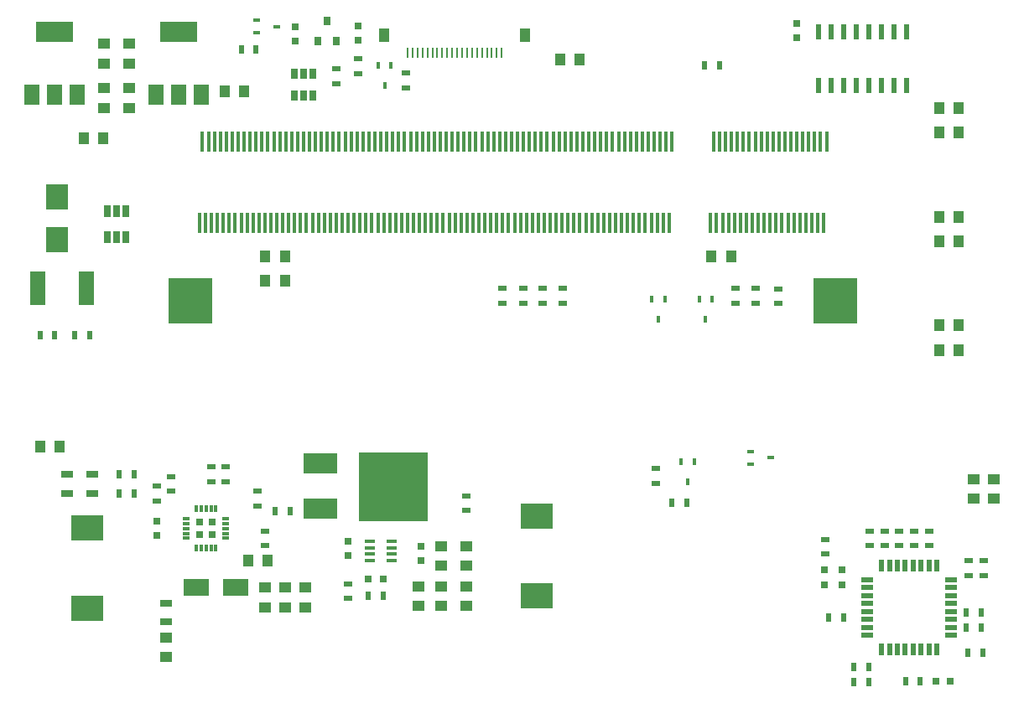
<source format=gtp>
G04 #@! TF.FileFunction,Paste,Top*
%FSLAX46Y46*%
G04 Gerber Fmt 4.6, Leading zero omitted, Abs format (unit mm)*
G04 Created by KiCad (PCBNEW 4.0.6) date 05/08/17 11:25:49*
%MOMM*%
%LPD*%
G01*
G04 APERTURE LIST*
%ADD10C,0.100000*%
%ADD11R,0.250000X1.000000*%
%ADD12R,1.000000X1.340000*%
%ADD13R,1.250000X1.000000*%
%ADD14R,1.000000X1.250000*%
%ADD15R,0.750000X0.800000*%
%ADD16R,0.800000X0.750000*%
%ADD17R,2.300000X2.500000*%
%ADD18R,0.450000X0.700000*%
%ADD19R,2.500000X1.800000*%
%ADD20R,3.500000X2.000000*%
%ADD21R,7.000000X7.000000*%
%ADD22R,0.650000X1.060000*%
%ADD23R,1.600000X3.500000*%
%ADD24R,3.800000X2.000000*%
%ADD25R,1.500000X2.000000*%
%ADD26R,1.060000X0.400000*%
%ADD27R,0.730000X0.300000*%
%ADD28R,0.300000X0.730000*%
%ADD29R,0.750000X0.750000*%
%ADD30R,0.600000X1.200000*%
%ADD31R,1.200000X0.600000*%
%ADD32R,0.800000X0.900000*%
%ADD33R,0.600000X1.500000*%
%ADD34R,3.200000X2.500000*%
%ADD35R,0.500000X0.900000*%
%ADD36R,0.900000X0.500000*%
%ADD37R,1.300000X0.700000*%
%ADD38R,0.650000X1.220000*%
%ADD39R,0.700000X0.450000*%
%ADD40R,0.350000X2.000000*%
%ADD41R,4.500000X4.600000*%
G04 APERTURE END LIST*
D10*
D11*
X165885000Y-41598000D03*
X165385000Y-41598000D03*
X164885000Y-41598000D03*
X164385000Y-41598000D03*
X163885000Y-41598000D03*
X163385000Y-41598000D03*
X162885000Y-41598000D03*
X162385000Y-41598000D03*
X161885000Y-41598000D03*
X161385000Y-41598000D03*
X160885000Y-41598000D03*
X160385000Y-41598000D03*
X159885000Y-41598000D03*
X159385000Y-41598000D03*
X158885000Y-41598000D03*
X158385000Y-41598000D03*
X157885000Y-41598000D03*
X157385000Y-41598000D03*
X156885000Y-41598000D03*
X156385000Y-41598000D03*
D12*
X168275000Y-39878000D03*
X153995000Y-39878000D03*
D13*
X162306000Y-91456000D03*
X162306000Y-93456000D03*
D14*
X125688600Y-50266600D03*
X123688600Y-50266600D03*
D13*
X159766000Y-91456000D03*
X159766000Y-93456000D03*
D15*
X157734000Y-92952000D03*
X157734000Y-91452000D03*
D13*
X125747200Y-42688000D03*
X125747200Y-40688000D03*
D15*
X150368000Y-90944000D03*
X150368000Y-92444000D03*
D14*
X139887200Y-45516800D03*
X137887200Y-45516800D03*
D16*
X153912000Y-94767400D03*
X152412000Y-94767400D03*
D13*
X128247200Y-42688000D03*
X128247200Y-40688000D03*
X159766000Y-97520000D03*
X159766000Y-95520000D03*
X162306000Y-97520000D03*
X162306000Y-95520000D03*
X157480000Y-97520000D03*
X157480000Y-95520000D03*
D15*
X131030000Y-90430000D03*
X131030000Y-88930000D03*
D14*
X121280000Y-81430000D03*
X119280000Y-81430000D03*
D13*
X146030000Y-95680000D03*
X146030000Y-97680000D03*
X144030000Y-95680000D03*
X144030000Y-97680000D03*
X142030000Y-95680000D03*
X142030000Y-97680000D03*
D14*
X189030000Y-62180000D03*
X187030000Y-62180000D03*
D13*
X128247200Y-45188000D03*
X128247200Y-47188000D03*
D14*
X142030000Y-62180000D03*
X144030000Y-62180000D03*
X142030000Y-64680000D03*
X144030000Y-64680000D03*
D13*
X125747200Y-45188000D03*
X125747200Y-47188000D03*
D15*
X200279000Y-95365000D03*
X200279000Y-93865000D03*
X198501000Y-95365000D03*
X198501000Y-93865000D03*
D16*
X211189000Y-105156000D03*
X209689000Y-105156000D03*
D14*
X171770800Y-42316400D03*
X173770800Y-42316400D03*
D15*
X145008600Y-40475600D03*
X145008600Y-38975600D03*
X151409400Y-38886000D03*
X151409400Y-40386000D03*
X195707000Y-40120000D03*
X195707000Y-38620000D03*
D13*
X215530000Y-86680000D03*
X215530000Y-84680000D03*
D14*
X210030000Y-71680000D03*
X212030000Y-71680000D03*
X210030000Y-60680000D03*
X212030000Y-60680000D03*
X210030000Y-49680000D03*
X212030000Y-49680000D03*
D13*
X213530000Y-86680000D03*
X213530000Y-84680000D03*
D14*
X210030000Y-69180000D03*
X212030000Y-69180000D03*
X210030000Y-58180000D03*
X212030000Y-58180000D03*
X210030000Y-47180000D03*
X212030000Y-47180000D03*
D17*
X120954800Y-60519200D03*
X120954800Y-56219200D03*
D18*
X185308000Y-82947000D03*
X184008000Y-82947000D03*
X184658000Y-84947000D03*
D19*
X139030000Y-95680000D03*
X135030000Y-95680000D03*
D20*
X147580000Y-83140000D03*
X147580000Y-87720000D03*
D21*
X154980000Y-85440000D03*
D22*
X144939800Y-45941200D03*
X145889800Y-45941200D03*
X146839800Y-45941200D03*
X146839800Y-43741200D03*
X144939800Y-43741200D03*
X145889800Y-43741200D03*
D23*
X123928200Y-65430400D03*
X119048200Y-65430400D03*
D24*
X120747200Y-39538000D03*
D25*
X120747200Y-45838000D03*
X123047200Y-45838000D03*
X118447200Y-45838000D03*
D26*
X154770000Y-92928000D03*
X154770000Y-92278000D03*
X154770000Y-91618000D03*
X154770000Y-90968000D03*
X152570000Y-90968000D03*
X152570000Y-91618000D03*
X152570000Y-92278000D03*
X152570000Y-92928000D03*
D24*
X133247200Y-39538000D03*
D25*
X133247200Y-45838000D03*
X135547200Y-45838000D03*
X130947200Y-45838000D03*
D27*
X134065000Y-88680000D03*
X134065000Y-89180000D03*
X134065000Y-89680000D03*
X134065000Y-90180000D03*
X134065000Y-90680000D03*
D28*
X135030000Y-91645000D03*
X135530000Y-91645000D03*
X136030000Y-91645000D03*
X136530000Y-91645000D03*
X137030000Y-91645000D03*
D27*
X137995000Y-90680000D03*
X137995000Y-90180000D03*
X137995000Y-89680000D03*
X137995000Y-89180000D03*
X137995000Y-88680000D03*
D28*
X137030000Y-87715000D03*
X136530000Y-87715000D03*
X136030000Y-87715000D03*
X135530000Y-87715000D03*
X135030000Y-87715000D03*
D29*
X136655000Y-90305000D03*
X136655000Y-89055000D03*
X135405000Y-90305000D03*
X135405000Y-89055000D03*
D30*
X204230000Y-101930000D03*
X205030000Y-101930000D03*
X205830000Y-101930000D03*
X206630000Y-101930000D03*
X207430000Y-101930000D03*
X208230000Y-101930000D03*
X209030000Y-101930000D03*
X209830000Y-101930000D03*
D31*
X211280000Y-100480000D03*
X211280000Y-99680000D03*
X211280000Y-98880000D03*
X211280000Y-98080000D03*
X211280000Y-97280000D03*
X211280000Y-96480000D03*
X211280000Y-95680000D03*
X211280000Y-94880000D03*
D30*
X209830000Y-93430000D03*
X209030000Y-93430000D03*
X208230000Y-93430000D03*
X207430000Y-93430000D03*
X206630000Y-93430000D03*
X205830000Y-93430000D03*
X205030000Y-93430000D03*
X204230000Y-93430000D03*
D31*
X202780000Y-94880000D03*
X202780000Y-95680000D03*
X202780000Y-96480000D03*
X202780000Y-97280000D03*
X202780000Y-98080000D03*
X202780000Y-98880000D03*
X202780000Y-99680000D03*
X202780000Y-100480000D03*
D32*
X147309800Y-40395400D03*
X149209800Y-40395400D03*
X148259800Y-38395400D03*
D33*
X206781400Y-39540200D03*
X205511400Y-39540200D03*
X204241400Y-39540200D03*
X202971400Y-39540200D03*
X201701400Y-39540200D03*
X200431400Y-39540200D03*
X199161400Y-39540200D03*
X197891400Y-39540200D03*
X197891400Y-44940200D03*
X199161400Y-44940200D03*
X200431400Y-44940200D03*
X201701400Y-44940200D03*
X202971400Y-44940200D03*
X204241400Y-44940200D03*
X205511400Y-44940200D03*
X206781400Y-44940200D03*
D34*
X169418000Y-88406000D03*
X169418000Y-96506000D03*
X124030000Y-97730000D03*
X124030000Y-89630000D03*
D35*
X184544400Y-87096600D03*
X183044400Y-87096600D03*
X143030000Y-87930000D03*
X144530000Y-87930000D03*
D36*
X181483000Y-83628800D03*
X181483000Y-85128800D03*
X162306000Y-86372000D03*
X162306000Y-87872000D03*
D35*
X122780000Y-70180000D03*
X124280000Y-70180000D03*
X119280000Y-70180000D03*
X120780000Y-70180000D03*
D36*
X198577200Y-90791600D03*
X198577200Y-92291600D03*
X132530000Y-85930000D03*
X132530000Y-84430000D03*
X131030000Y-86930000D03*
X131030000Y-85430000D03*
X141198600Y-87414800D03*
X141198600Y-85914800D03*
D35*
X152412000Y-96520000D03*
X153912000Y-96520000D03*
D36*
X150368000Y-95262000D03*
X150368000Y-96762000D03*
X136530000Y-83430000D03*
X136530000Y-84930000D03*
X138030000Y-83430000D03*
X138030000Y-84930000D03*
D35*
X127280000Y-86180000D03*
X128780000Y-86180000D03*
X127280000Y-84180000D03*
X128780000Y-84180000D03*
D37*
X124530000Y-84230000D03*
X124530000Y-86130000D03*
X122030000Y-84230000D03*
X122030000Y-86130000D03*
D36*
X165963600Y-65429000D03*
X165963600Y-66929000D03*
D35*
X187897200Y-42926000D03*
X186397200Y-42926000D03*
X208153000Y-105156000D03*
X206653000Y-105156000D03*
X202934000Y-103680000D03*
X201434000Y-103680000D03*
X202934000Y-105180000D03*
X201434000Y-105180000D03*
D36*
X193802000Y-65467800D03*
X193802000Y-66967800D03*
D35*
X198894000Y-98680000D03*
X200394000Y-98680000D03*
D36*
X168046400Y-66942400D03*
X168046400Y-65442400D03*
D35*
X139585000Y-41300400D03*
X141085000Y-41300400D03*
D36*
X206019400Y-91428000D03*
X206019400Y-89928000D03*
D35*
X214280000Y-98180000D03*
X212780000Y-98180000D03*
X214280000Y-99680000D03*
X212780000Y-99680000D03*
D36*
X213030000Y-92930000D03*
X213030000Y-94430000D03*
X214530000Y-92930000D03*
X214530000Y-94430000D03*
X207530000Y-89930000D03*
X207530000Y-91430000D03*
X209030000Y-89930000D03*
X209030000Y-91430000D03*
X203030000Y-89930000D03*
X203030000Y-91430000D03*
X204530000Y-89930000D03*
X204530000Y-91430000D03*
D35*
X212928200Y-102235000D03*
X214428200Y-102235000D03*
D36*
X189530000Y-65430000D03*
X189530000Y-66930000D03*
X170030000Y-65430000D03*
X170030000Y-66930000D03*
X191530000Y-65430000D03*
X191530000Y-66930000D03*
X172030000Y-65430000D03*
X172030000Y-66930000D03*
X156235400Y-43686600D03*
X156235400Y-45186600D03*
X149148800Y-43268200D03*
X149148800Y-44768200D03*
X151384000Y-42201400D03*
X151384000Y-43701400D03*
D38*
X127950000Y-57618000D03*
X127000000Y-57618000D03*
X126050000Y-57618000D03*
X126050000Y-60238000D03*
X127000000Y-60238000D03*
X127950000Y-60238000D03*
D39*
X191024000Y-81900000D03*
X191024000Y-83200000D03*
X193024000Y-82550000D03*
D18*
X187111400Y-66513200D03*
X185811400Y-66513200D03*
X186461400Y-68513200D03*
X182336200Y-66538600D03*
X181036200Y-66538600D03*
X181686200Y-68538600D03*
X154711400Y-42926000D03*
X153411400Y-42926000D03*
X154061400Y-44926000D03*
D39*
X141138400Y-38313600D03*
X141138400Y-39613600D03*
X143138400Y-38963600D03*
D13*
X132030000Y-102680000D03*
X132030000Y-100680000D03*
D37*
X132030000Y-99130000D03*
X132030000Y-97230000D03*
D14*
X142280000Y-92930000D03*
X140280000Y-92930000D03*
D36*
X142011400Y-89928000D03*
X142011400Y-91428000D03*
D40*
X183080000Y-50580000D03*
X198680000Y-50580000D03*
D41*
X199580000Y-66680000D03*
X134480000Y-66680000D03*
D40*
X198380000Y-58779999D03*
X198080000Y-50580000D03*
X197780000Y-58779999D03*
X197480000Y-50580000D03*
X197180000Y-58779999D03*
X196880000Y-50580000D03*
X196580000Y-58779999D03*
X196280000Y-50580000D03*
X195980000Y-58779999D03*
X195680000Y-50580000D03*
X195380000Y-58779999D03*
X195080000Y-50580000D03*
X194780000Y-58779999D03*
X194480000Y-50580000D03*
X194180000Y-58779999D03*
X193880000Y-50580000D03*
X193580000Y-58779999D03*
X193280000Y-50580000D03*
X192980000Y-58779999D03*
X192680000Y-50580000D03*
X192380000Y-58779999D03*
X192080000Y-50580000D03*
X191780000Y-58779999D03*
X191480000Y-50580000D03*
X191180000Y-58779999D03*
X190880000Y-50580000D03*
X190580000Y-58779999D03*
X190280000Y-50580000D03*
X189980000Y-58779999D03*
X189680000Y-50580000D03*
X189380000Y-58779999D03*
X189080000Y-50580000D03*
X188780000Y-58779999D03*
X188480000Y-50580000D03*
X188180000Y-58779999D03*
X187880000Y-50580000D03*
X187580000Y-58779999D03*
X187280000Y-50580000D03*
X186980000Y-58779999D03*
X182780000Y-58779999D03*
X182480000Y-50580000D03*
X182180000Y-58779999D03*
X181880000Y-50580000D03*
X181580000Y-58779999D03*
X181280000Y-50580000D03*
X180980000Y-58779999D03*
X180680000Y-50580000D03*
X180380000Y-58779999D03*
X180080000Y-50580000D03*
X179780000Y-58779999D03*
X179480000Y-50580000D03*
X179180000Y-58779999D03*
X178880000Y-50580000D03*
X178580000Y-58779999D03*
X178280000Y-50580000D03*
X177980000Y-58779999D03*
X177680000Y-50580000D03*
X177380000Y-58779999D03*
X177080000Y-50580000D03*
X176780000Y-58779999D03*
X176480000Y-50580000D03*
X176180000Y-58779999D03*
X175880000Y-50580000D03*
X175580000Y-58779999D03*
X175280000Y-50580000D03*
X174980000Y-58779999D03*
X174680000Y-50580000D03*
X174380000Y-58779999D03*
X174080000Y-50580000D03*
X173780000Y-58779999D03*
X173480000Y-50580000D03*
X173180000Y-58779999D03*
X172880000Y-50580000D03*
X172580000Y-58779999D03*
X172280000Y-50580000D03*
X171980000Y-58779999D03*
X171680000Y-50580000D03*
X171380000Y-58779999D03*
X171080000Y-50580000D03*
X170780000Y-58779999D03*
X170480000Y-50580000D03*
X170180000Y-58779999D03*
X169880000Y-50580000D03*
X169580000Y-58779999D03*
X169280000Y-50580000D03*
X168980000Y-58779999D03*
X168680000Y-50580000D03*
X168380000Y-58779999D03*
X168080000Y-50580000D03*
X167780000Y-58779999D03*
X167480000Y-50580000D03*
X167180000Y-58779999D03*
X166880000Y-50580000D03*
X166580000Y-58779999D03*
X166280000Y-50580000D03*
X165980000Y-58779999D03*
X165680000Y-50580000D03*
X165380000Y-58779999D03*
X165080000Y-50580000D03*
X164780000Y-58779999D03*
X164480000Y-50580000D03*
X164180000Y-58779999D03*
X163880000Y-50580000D03*
X163580000Y-58779999D03*
X163280000Y-50580000D03*
X162980000Y-58779999D03*
X162680000Y-50580000D03*
X162380000Y-58779999D03*
X162080000Y-50580000D03*
X161780000Y-58779999D03*
X161480000Y-50580000D03*
X161180000Y-58779999D03*
X160880000Y-50580000D03*
X160580000Y-58779999D03*
X160280000Y-50580000D03*
X159980000Y-58779999D03*
X159680000Y-50580000D03*
X159380000Y-58779999D03*
X159080000Y-50580000D03*
X158780000Y-58779999D03*
X158480000Y-50580000D03*
X158180000Y-58779999D03*
X157880000Y-50580000D03*
X157580000Y-58779999D03*
X157280000Y-50580000D03*
X156980000Y-58779999D03*
X156680000Y-50580000D03*
X156380000Y-58779999D03*
X156080000Y-50580000D03*
X155780000Y-58779999D03*
X155480000Y-50580000D03*
X155180000Y-58779999D03*
X154880000Y-50580000D03*
X154580000Y-58779999D03*
X154280000Y-50580000D03*
X153980000Y-58779999D03*
X153680000Y-50580000D03*
X153380000Y-58779999D03*
X153080000Y-50580000D03*
X152780000Y-58779999D03*
X152480000Y-50580000D03*
X152180000Y-58779999D03*
X151880000Y-50580000D03*
X151580000Y-58779999D03*
X151280000Y-50580000D03*
X150980000Y-58779999D03*
X150680000Y-50580000D03*
X150380000Y-58779999D03*
X150080000Y-50580000D03*
X149780000Y-58779999D03*
X149480000Y-50580000D03*
X149180000Y-58779999D03*
X148880000Y-50580000D03*
X148580000Y-58779999D03*
X148280000Y-50580000D03*
X147980000Y-58779999D03*
X147680000Y-50580000D03*
X147380000Y-58779999D03*
X147080000Y-50580000D03*
X146780000Y-58779999D03*
X146480000Y-50580000D03*
X146180000Y-58779999D03*
X145880000Y-50580000D03*
X145580000Y-58779999D03*
X145280000Y-50580000D03*
X144980000Y-58779999D03*
X144680000Y-50580000D03*
X144380000Y-58779999D03*
X144080000Y-50580000D03*
X143780000Y-58779999D03*
X143480000Y-50580000D03*
X143180000Y-58779999D03*
X142880000Y-50580000D03*
X142580000Y-58779999D03*
X142280000Y-50580000D03*
X141980000Y-58779999D03*
X141680000Y-50580000D03*
X141380000Y-58779999D03*
X141080000Y-50580000D03*
X140780000Y-58779999D03*
X140480000Y-50580000D03*
X140180000Y-58779999D03*
X139880000Y-50580000D03*
X139580000Y-58779999D03*
X139280000Y-50580000D03*
X138980000Y-58779999D03*
X138680000Y-50580000D03*
X138380000Y-58779999D03*
X138080000Y-50580000D03*
X137780000Y-58779999D03*
X137480000Y-50580000D03*
X137180000Y-58779999D03*
X136880000Y-50580000D03*
X136580000Y-58779999D03*
X136280000Y-50580000D03*
X135980000Y-58779999D03*
X135680000Y-50580000D03*
X135380000Y-58779999D03*
M02*

</source>
